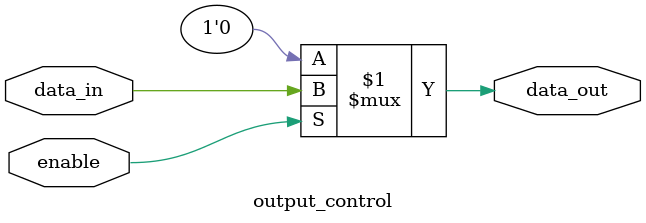
<source format=sv>
module and_gate_enable #(
    parameter PIPELINE_STAGES = 2,    // Configurable pipeline depth
    parameter GATE_DELAY = 0,         // AND gate delay
    parameter CTRL_DELAY = 0          // Control logic delay
)(
    input  wire clk,       // Clock input (added for pipelining)
    input  wire rst_n,     // Active-low reset (added for pipeline control)
    input  wire a,         // Input A
    input  wire b,         // Input B
    input  wire enable,    // Enable signal
    output wire y          // Output Y
);
    // Pipeline stage signals
    wire and_result_raw;          // Raw AND result
    reg  and_result_stage1;       // First pipeline stage
    reg  enable_stage1;           // Synchronized enable
    wire data_out_combinational;  // Pre-output combinational signal
    reg  data_out_registered;     // Registered output

    // === STAGE 0: Input Computation Layer ===
    // Basic AND operation with parameterized delay
    basic_and_gate #(
        .GATE_DELAY(GATE_DELAY)
    ) and_gate_inst (
        .in_a(a),
        .in_b(b),
        .out_y(and_result_raw)
    );

    // === STAGE 1: Mid-Pipeline Registration ===
    always @(posedge clk or negedge rst_n) begin
        if (!rst_n) begin
            and_result_stage1 <= 1'b0;
            enable_stage1 <= 1'b0;
        end else begin
            and_result_stage1 <= and_result_raw;
            enable_stage1 <= enable;
        end
    end

    // === STAGE 2: Output Control Layer ===
    // Generate controlled output signal based on synchronized enable
    output_control #(
        .CTRL_DELAY(CTRL_DELAY)
    ) ctrl_inst (
        .data_in(and_result_stage1),
        .enable(enable_stage1),
        .data_out(data_out_combinational)
    );

    // === STAGE 3: Output Registration ===
    always @(posedge clk or negedge rst_n) begin
        if (!rst_n) begin
            data_out_registered <= 1'b0;
        end else begin
            data_out_registered <= data_out_combinational;
        end
    end

    // Output multiplexer based on pipeline configuration
    generate
        if (PIPELINE_STAGES == 0) begin : NO_PIPELINE
            assign y = data_out_combinational;
        end else begin : WITH_PIPELINE
            assign y = data_out_registered;
        end
    endgenerate
endmodule

// Sub-module for basic AND operation with optimized timing
module basic_and_gate #(
    parameter GATE_DELAY = 0    // Configurable delay for timing adjustment
)(
    input  wire in_a,    // First input
    input  wire in_b,    // Second input
    output wire out_y    // AND result output
);
    // Optimized AND operation with controlled delay
    assign #(GATE_DELAY) out_y = in_a & in_b;
endmodule

// Sub-module for output control with timing optimization
module output_control #(
    parameter CTRL_DELAY = 0    // Configurable delay for timing control
)(
    input  wire data_in,     // Input data
    input  wire enable,      // Enable control signal
    output wire data_out     // Controlled output
);
    // Optimized control logic with configurable delay
    assign #(CTRL_DELAY) data_out = enable ? data_in : 1'b0;
endmodule
</source>
